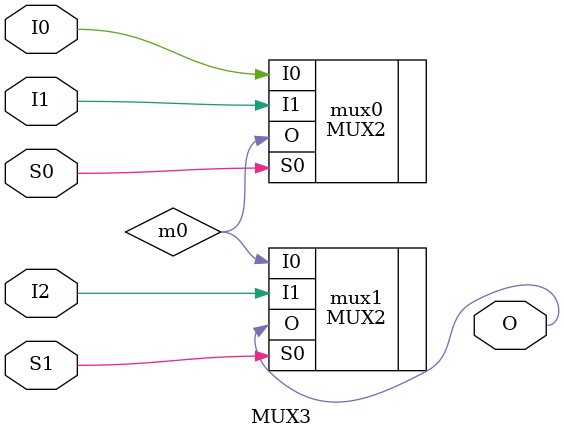
<source format=v>
`ifndef VPR_MUXES_LOGIC_MUX3
`define VPR_MUXES_LOGIC_MUX3

`include "../mux2/mux2.sim.v"

module MUX3(I0, I1, I2, S0, S1, O);
	input wire I0;
	input wire I1;
	input wire I2;
	input wire S0;
	input wire S1;
	output wire O;

	wire m0;
	wire m1;
	wire m2;
	wire m3;

	MUX2 mux0    (.I0(I0), .I1(I1), .S0(S0), .O(m0));
	MUX2 mux1    (.I0(m0), .I1(I2), .S0(S1), .O(O));
endmodule

`endif

</source>
